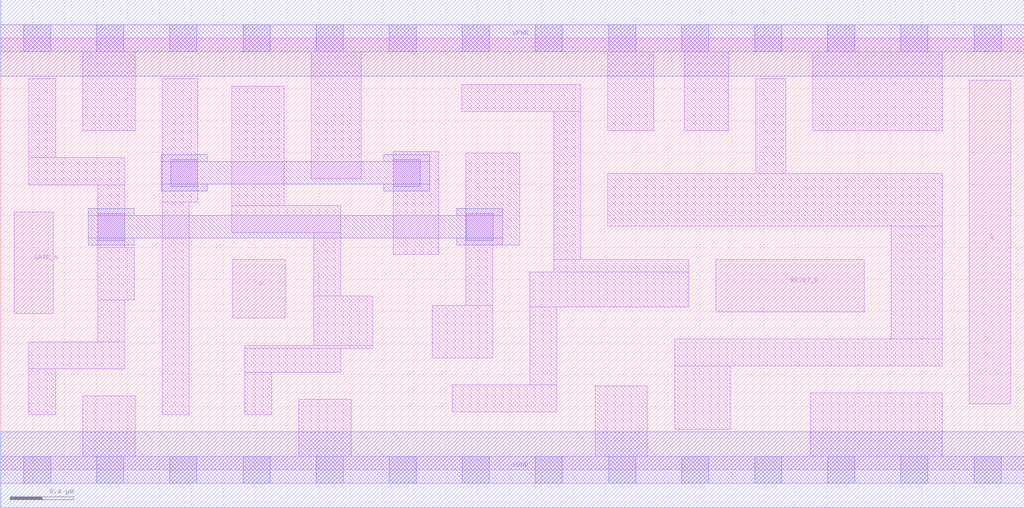
<source format=lef>
# Copyright 2020 The SkyWater PDK Authors
#
# Licensed under the Apache License, Version 2.0 (the "License");
# you may not use this file except in compliance with the License.
# You may obtain a copy of the License at
#
#     https://www.apache.org/licenses/LICENSE-2.0
#
# Unless required by applicable law or agreed to in writing, software
# distributed under the License is distributed on an "AS IS" BASIS,
# WITHOUT WARRANTIES OR CONDITIONS OF ANY KIND, either express or implied.
# See the License for the specific language governing permissions and
# limitations under the License.
#
# SPDX-License-Identifier: Apache-2.0

VERSION 5.7 ;
  NAMESCASESENSITIVE ON ;
  NOWIREEXTENSIONATPIN ON ;
  DIVIDERCHAR "/" ;
  BUSBITCHARS "[]" ;
UNITS
  DATABASE MICRONS 200 ;
END UNITS
MACRO sky130_fd_sc_hd__dlrtn_1
  CLASS CORE ;
  SOURCE USER ;
  FOREIGN sky130_fd_sc_hd__dlrtn_1 ;
  ORIGIN  0.000000  0.000000 ;
  SIZE  6.440000 BY  2.720000 ;
  SYMMETRY X Y R90 ;
  SITE unithd ;
  PIN D
    ANTENNAGATEAREA  0.159000 ;
    DIRECTION INPUT ;
    USE SIGNAL ;
    PORT
      LAYER li1 ;
        RECT 1.460000 0.955000 1.790000 1.325000 ;
    END
  END D
  PIN Q
    ANTENNADIFFAREA  0.429000 ;
    DIRECTION OUTPUT ;
    USE SIGNAL ;
    PORT
      LAYER li1 ;
        RECT 6.095000 0.415000 6.355000 2.455000 ;
    END
  END Q
  PIN RESET_B
    ANTENNAGATEAREA  0.247500 ;
    DIRECTION INPUT ;
    USE SIGNAL ;
    PORT
      LAYER li1 ;
        RECT 4.500000 0.995000 5.435000 1.325000 ;
    END
  END RESET_B
  PIN GATE_N
    ANTENNAGATEAREA  0.159000 ;
    DIRECTION INPUT ;
    USE CLOCK ;
    PORT
      LAYER li1 ;
        RECT 0.085000 0.985000 0.330000 1.625000 ;
    END
  END GATE_N
  PIN VGND
    DIRECTION INOUT ;
    SHAPE ABUTMENT ;
    USE GROUND ;
    PORT
      LAYER met1 ;
        RECT 0.000000 -0.240000 6.440000 0.240000 ;
    END
  END VGND
  PIN VPWR
    DIRECTION INOUT ;
    SHAPE ABUTMENT ;
    USE POWER ;
    PORT
      LAYER met1 ;
        RECT 0.000000 2.480000 6.440000 2.960000 ;
    END
  END VPWR
  OBS
    LAYER li1 ;
      RECT 0.000000 -0.085000 6.440000 0.085000 ;
      RECT 0.000000  2.635000 6.440000 2.805000 ;
      RECT 0.175000  0.345000 0.345000 0.635000 ;
      RECT 0.175000  0.635000 0.780000 0.805000 ;
      RECT 0.175000  1.795000 0.780000 1.965000 ;
      RECT 0.175000  1.965000 0.345000 2.465000 ;
      RECT 0.515000  0.085000 0.845000 0.465000 ;
      RECT 0.515000  2.135000 0.845000 2.635000 ;
      RECT 0.610000  0.805000 0.780000 1.070000 ;
      RECT 0.610000  1.070000 0.840000 1.400000 ;
      RECT 0.610000  1.400000 0.780000 1.795000 ;
      RECT 1.015000  0.345000 1.185000 1.685000 ;
      RECT 1.015000  1.685000 1.240000 2.465000 ;
      RECT 1.455000  1.495000 2.140000 1.665000 ;
      RECT 1.455000  1.665000 1.785000 2.415000 ;
      RECT 1.535000  0.345000 1.705000 0.615000 ;
      RECT 1.535000  0.615000 2.140000 0.765000 ;
      RECT 1.535000  0.765000 2.340000 0.785000 ;
      RECT 1.875000  0.085000 2.205000 0.445000 ;
      RECT 1.955000  1.835000 2.270000 2.635000 ;
      RECT 1.970000  0.785000 2.340000 1.095000 ;
      RECT 1.970000  1.095000 2.140000 1.495000 ;
      RECT 2.470000  1.355000 2.755000 2.005000 ;
      RECT 2.715000  0.705000 3.095000 1.035000 ;
      RECT 2.840000  0.365000 3.500000 0.535000 ;
      RECT 2.900000  2.255000 3.650000 2.425000 ;
      RECT 2.925000  1.035000 3.095000 1.415000 ;
      RECT 2.925000  1.415000 3.265000 1.995000 ;
      RECT 3.330000  0.535000 3.500000 1.025000 ;
      RECT 3.330000  1.025000 4.330000 1.245000 ;
      RECT 3.480000  1.245000 4.330000 1.325000 ;
      RECT 3.480000  1.325000 3.650000 2.255000 ;
      RECT 3.740000  0.085000 4.070000 0.530000 ;
      RECT 3.820000  1.535000 5.925000 1.865000 ;
      RECT 3.820000  2.135000 4.110000 2.635000 ;
      RECT 4.240000  0.255000 4.590000 0.655000 ;
      RECT 4.240000  0.655000 5.925000 0.825000 ;
      RECT 4.300000  2.135000 4.580000 2.635000 ;
      RECT 4.750000  1.865000 4.940000 2.465000 ;
      RECT 5.095000  0.085000 5.925000 0.485000 ;
      RECT 5.110000  2.135000 5.925000 2.635000 ;
      RECT 5.605000  0.825000 5.925000 1.535000 ;
    LAYER mcon ;
      RECT 0.145000 -0.085000 0.315000 0.085000 ;
      RECT 0.145000  2.635000 0.315000 2.805000 ;
      RECT 0.605000 -0.085000 0.775000 0.085000 ;
      RECT 0.605000  2.635000 0.775000 2.805000 ;
      RECT 0.610000  1.445000 0.780000 1.615000 ;
      RECT 1.065000 -0.085000 1.235000 0.085000 ;
      RECT 1.065000  2.635000 1.235000 2.805000 ;
      RECT 1.070000  1.785000 1.240000 1.955000 ;
      RECT 1.525000 -0.085000 1.695000 0.085000 ;
      RECT 1.525000  2.635000 1.695000 2.805000 ;
      RECT 1.985000 -0.085000 2.155000 0.085000 ;
      RECT 1.985000  2.635000 2.155000 2.805000 ;
      RECT 2.445000 -0.085000 2.615000 0.085000 ;
      RECT 2.445000  2.635000 2.615000 2.805000 ;
      RECT 2.470000  1.785000 2.640000 1.955000 ;
      RECT 2.905000 -0.085000 3.075000 0.085000 ;
      RECT 2.905000  2.635000 3.075000 2.805000 ;
      RECT 2.930000  1.445000 3.100000 1.615000 ;
      RECT 3.365000 -0.085000 3.535000 0.085000 ;
      RECT 3.365000  2.635000 3.535000 2.805000 ;
      RECT 3.825000 -0.085000 3.995000 0.085000 ;
      RECT 3.825000  2.635000 3.995000 2.805000 ;
      RECT 4.285000 -0.085000 4.455000 0.085000 ;
      RECT 4.285000  2.635000 4.455000 2.805000 ;
      RECT 4.745000 -0.085000 4.915000 0.085000 ;
      RECT 4.745000  2.635000 4.915000 2.805000 ;
      RECT 5.205000 -0.085000 5.375000 0.085000 ;
      RECT 5.205000  2.635000 5.375000 2.805000 ;
      RECT 5.665000 -0.085000 5.835000 0.085000 ;
      RECT 5.665000  2.635000 5.835000 2.805000 ;
      RECT 6.125000 -0.085000 6.295000 0.085000 ;
      RECT 6.125000  2.635000 6.295000 2.805000 ;
    LAYER met1 ;
      RECT 0.550000 1.415000 0.840000 1.460000 ;
      RECT 0.550000 1.460000 3.160000 1.600000 ;
      RECT 0.550000 1.600000 0.840000 1.645000 ;
      RECT 1.010000 1.755000 1.300000 1.800000 ;
      RECT 1.010000 1.800000 2.700000 1.940000 ;
      RECT 1.010000 1.940000 1.300000 1.985000 ;
      RECT 2.410000 1.755000 2.700000 1.800000 ;
      RECT 2.410000 1.940000 2.700000 1.985000 ;
      RECT 2.870000 1.415000 3.160000 1.460000 ;
      RECT 2.870000 1.600000 3.160000 1.645000 ;
  END
END sky130_fd_sc_hd__dlrtn_1
END LIBRARY

</source>
